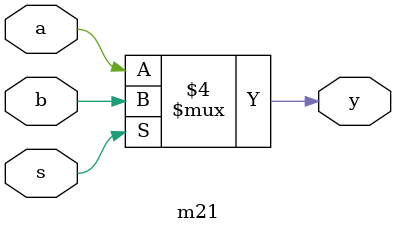
<source format=v>
module m21(a,b,s,y);

input a,b,s;
output y;
reg y;

always @(a or b or s)
begin

if(s==0)
y = a;
else
y = b;

end

endmodule 
</source>
